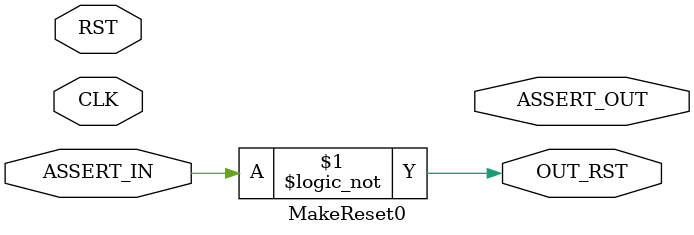
<source format=v>

`ifdef BSV_ASSIGNMENT_DELAY
`else
  `define BSV_ASSIGNMENT_DELAY
`endif

`ifdef BSV_POSITIVE_RESET
  `define BSV_RESET_VALUE 1'b1
  `define BSV_RESET_EDGE posedge
`else
  `define BSV_RESET_VALUE 1'b0
  `define BSV_RESET_EDGE negedge
`endif



module MakeReset0 (
		  CLK,
		  RST,
                  ASSERT_IN,
		  ASSERT_OUT,

                  OUT_RST
                  );

   parameter          init = 1 ;

   input              CLK ;
   input              RST ;
   input              ASSERT_IN ;
   output             ASSERT_OUT ;

   output             OUT_RST ;

   assign OUT_RST = `BSV_RESET_VALUE ? ASSERT_IN : !ASSERT_IN;

endmodule // MakeReset0

</source>
